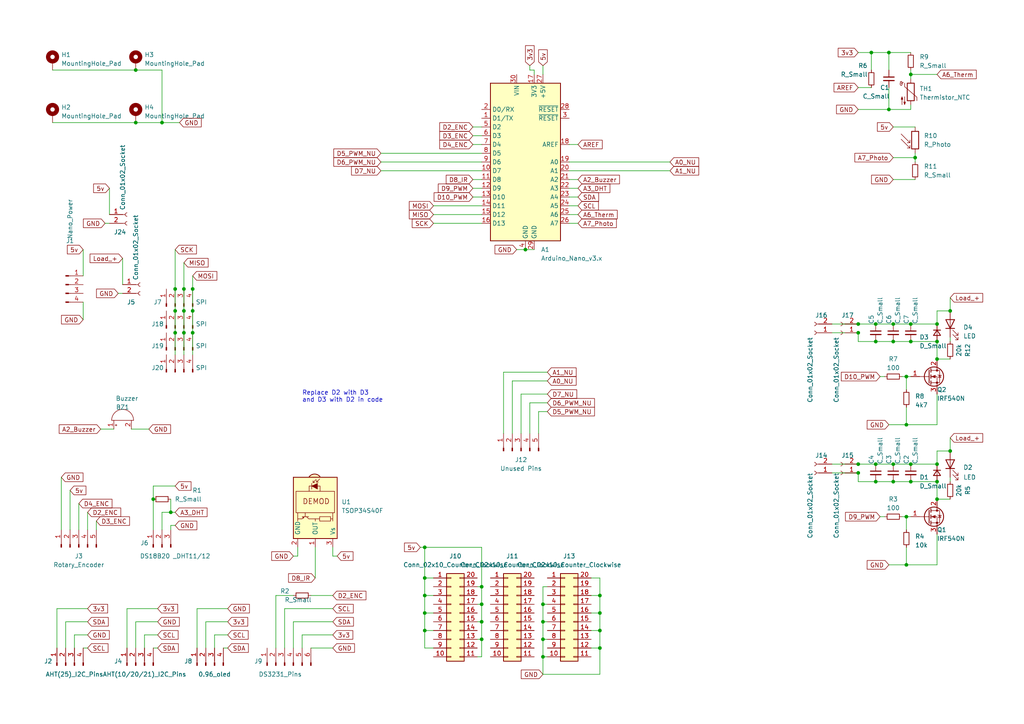
<source format=kicad_sch>
(kicad_sch (version 20230121) (generator eeschema)
  (paper "A4")
  (lib_symbols
    (symbol "Connector:Conn_01x02_Socket" (pin_names (offset 1.016) hide)
      (property "Reference" "J" (at 0 2.54 0))
      (property "Value" "Conn_01x02_Socket" (at 0 -5.08 0))
      (symbol "Conn_01x02_Socket_1_1"
        (pin passive line (at -5.08 0 0) (length 3.81) (name "Pin_1") (number "1"))
        (pin passive line (at -5.08 -2.54 0) (length 3.81) (name "Pin_2") (number "2"))
      )
    )
    (symbol "Connector:Conn_01x03_Pin" (pin_names (offset 1.016) hide)
      (property "Reference" "J" (at 0 5.08 0))
      (property "Value" "Conn_01x03_Pin" (at 0 -5.08 0))
      (symbol "Conn_01x03_Pin_1_1"
        (pin passive line (at 5.08 2.54 180) (length 3.81) (name "Pin_1") (number "1"))
        (pin passive line (at 5.08 0 180) (length 3.81) (name "Pin_2") (number "2"))
        (pin passive line (at 5.08 -2.54 180) (length 3.81) (name "Pin_3") (number "3"))
      )
    )
    (symbol "Connector:Conn_01x04_Pin" (pin_names (offset 1.016) hide)
      (property "Reference" "J" (at 0 5.08 0))
      (property "Value" "Conn_01x04_Pin" (at 0 -7.62 0))
      (symbol "Conn_01x04_Pin_1_1"
        (pin passive line (at 5.08 2.54 180) (length 3.81) (name "Pin_1") (number "1"))
        (pin passive line (at 5.08 0 180) (length 3.81) (name "Pin_2") (number "2"))
        (pin passive line (at 5.08 -2.54 180) (length 3.81) (name "Pin_3") (number "3"))
        (pin passive line (at 5.08 -5.08 180) (length 3.81) (name "Pin_4") (number "4"))
      )
    )
    (symbol "Connector:Conn_01x05_Pin" (pin_names (offset 1.016) hide)
      (property "Reference" "J" (at 0 7.62 0))
      (property "Value" "Conn_01x05_Pin" (at 0 -7.62 0))
      (symbol "Conn_01x05_Pin_1_1"
        (pin passive line (at 5.08 5.08 180) (length 3.81) (name "Pin_1") (number "1"))
        (pin passive line (at 5.08 2.54 180) (length 3.81) (name "Pin_2") (number "2"))
        (pin passive line (at 5.08 0 180) (length 3.81) (name "Pin_3") (number "3"))
        (pin passive line (at 5.08 -2.54 180) (length 3.81) (name "Pin_4") (number "4"))
        (pin passive line (at 5.08 -5.08 180) (length 3.81) (name "Pin_5") (number "5"))
      )
    )
    (symbol "Connector:Conn_01x06_Pin" (pin_names (offset 1.016) hide)
      (property "Reference" "J" (at 0 7.62 0))
      (property "Value" "Conn_01x06_Pin" (at 0 -10.16 0))
      (symbol "Conn_01x06_Pin_1_1"
        (pin passive line (at 5.08 5.08 180) (length 3.81) (name "Pin_1") (number "1"))
        (pin passive line (at 5.08 2.54 180) (length 3.81) (name "Pin_2") (number "2"))
        (pin passive line (at 5.08 0 180) (length 3.81) (name "Pin_3") (number "3"))
        (pin passive line (at 5.08 -2.54 180) (length 3.81) (name "Pin_4") (number "4"))
        (pin passive line (at 5.08 -5.08 180) (length 3.81) (name "Pin_5") (number "5"))
        (pin passive line (at 5.08 -7.62 180) (length 3.81) (name "Pin_6") (number "6"))
      )
    )
    (symbol "Connector_Generic:Conn_02x10_Counter_Clockwise" (pin_names (offset 1.016) hide)
      (property "Reference" "J" (at 1.27 12.7 0))
      (property "Value" "Conn_02x10_Counter_Clockwise" (at 1.27 -15.24 0))
      (symbol "Conn_02x10_Counter_Clockwise_1_1"
        (pin passive line (at -5.08 10.16 0) (length 3.81) (name "Pin_1") (number "1"))
        (pin passive line (at -5.08 -12.7 0) (length 3.81) (name "Pin_10") (number "10"))
        (pin passive line (at 7.62 -12.7 180) (length 3.81) (name "Pin_11") (number "11"))
        (pin passive line (at 7.62 -10.16 180) (length 3.81) (name "Pin_12") (number "12"))
        (pin passive line (at 7.62 -7.62 180) (length 3.81) (name "Pin_13") (number "13"))
        (pin passive line (at 7.62 -5.08 180) (length 3.81) (name "Pin_14") (number "14"))
        (pin passive line (at 7.62 -2.54 180) (length 3.81) (name "Pin_15") (number "15"))
        (pin passive line (at 7.62 0 180) (length 3.81) (name "Pin_16") (number "16"))
        (pin passive line (at 7.62 2.54 180) (length 3.81) (name "Pin_17") (number "17"))
        (pin passive line (at 7.62 5.08 180) (length 3.81) (name "Pin_18") (number "18"))
        (pin passive line (at 7.62 7.62 180) (length 3.81) (name "Pin_19") (number "19"))
        (pin passive line (at -5.08 7.62 0) (length 3.81) (name "Pin_2") (number "2"))
        (pin passive line (at 7.62 10.16 180) (length 3.81) (name "Pin_20") (number "20"))
        (pin passive line (at -5.08 5.08 0) (length 3.81) (name "Pin_3") (number "3"))
        (pin passive line (at -5.08 2.54 0) (length 3.81) (name "Pin_4") (number "4"))
        (pin passive line (at -5.08 0 0) (length 3.81) (name "Pin_5") (number "5"))
        (pin passive line (at -5.08 -2.54 0) (length 3.81) (name "Pin_6") (number "6"))
        (pin passive line (at -5.08 -5.08 0) (length 3.81) (name "Pin_7") (number "7"))
        (pin passive line (at -5.08 -7.62 0) (length 3.81) (name "Pin_8") (number "8"))
        (pin passive line (at -5.08 -10.16 0) (length 3.81) (name "Pin_9") (number "9"))
      )
    )
    (symbol "Connector_Generic:Conn_02x20_Counter_Clockwise" (pin_names (offset 1.016) hide)
      (property "Reference" "J" (at 1.27 25.4 0))
      (property "Value" "Conn_02x20_Counter_Clockwise" (at 1.27 -27.94 0))
      (symbol "Conn_02x20_Counter_Clockwise_1_1"
        (pin passive line (at -5.08 22.86 0) (length 3.81) (name "Pin_1") (number "1"))
        (pin passive line (at -5.08 0 0) (length 3.81) (name "Pin_10") (number "10"))
        (pin passive line (at -5.08 -2.54 0) (length 3.81) (name "Pin_11") (number "11"))
        (pin passive line (at -5.08 -5.08 0) (length 3.81) (name "Pin_12") (number "12"))
        (pin passive line (at -5.08 -7.62 0) (length 3.81) (name "Pin_13") (number "13"))
        (pin passive line (at -5.08 -10.16 0) (length 3.81) (name "Pin_14") (number "14"))
        (pin passive line (at -5.08 -12.7 0) (length 3.81) (name "Pin_15") (number "15"))
        (pin passive line (at -5.08 -15.24 0) (length 3.81) (name "Pin_16") (number "16"))
        (pin passive line (at -5.08 -17.78 0) (length 3.81) (name "Pin_17") (number "17"))
        (pin passive line (at -5.08 -20.32 0) (length 3.81) (name "Pin_18") (number "18"))
        (pin passive line (at -5.08 -22.86 0) (length 3.81) (name "Pin_19") (number "19"))
        (pin passive line (at -5.08 20.32 0) (length 3.81) (name "Pin_2") (number "2"))
        (pin passive line (at -5.08 -25.4 0) (length 3.81) (name "Pin_20") (number "20"))
        (pin passive line (at 7.62 -25.4 180) (length 3.81) (name "Pin_21") (number "21"))
        (pin passive line (at 7.62 -22.86 180) (length 3.81) (name "Pin_22") (number "22"))
        (pin passive line (at 7.62 -20.32 180) (length 3.81) (name "Pin_23") (number "23"))
        (pin passive line (at 7.62 -17.78 180) (length 3.81) (name "Pin_24") (number "24"))
        (pin passive line (at 7.62 -15.24 180) (length 3.81) (name "Pin_25") (number "25"))
        (pin passive line (at 7.62 -12.7 180) (length 3.81) (name "Pin_26") (number "26"))
        (pin passive line (at 7.62 -10.16 180) (length 3.81) (name "Pin_27") (number "27"))
        (pin passive line (at 7.62 -7.62 180) (length 3.81) (name "Pin_28") (number "28"))
        (pin passive line (at 7.62 -5.08 180) (length 3.81) (name "Pin_29") (number "29"))
        (pin passive line (at -5.08 17.78 0) (length 3.81) (name "Pin_3") (number "3"))
        (pin passive line (at 7.62 -2.54 180) (length 3.81) (name "Pin_30") (number "30"))
        (pin passive line (at 7.62 0 180) (length 3.81) (name "Pin_31") (number "31"))
        (pin passive line (at 7.62 2.54 180) (length 3.81) (name "Pin_32") (number "32"))
        (pin passive line (at 7.62 5.08 180) (length 3.81) (name "Pin_33") (number "33"))
        (pin passive line (at 7.62 7.62 180) (length 3.81) (name "Pin_34") (number "34"))
        (pin passive line (at 7.62 10.16 180) (length 3.81) (name "Pin_35") (number "35"))
        (pin passive line (at 7.62 12.7 180) (length 3.81) (name "Pin_36") (number "36"))
        (pin passive line (at 7.62 15.24 180) (length 3.81) (name "Pin_37") (number "37"))
        (pin passive line (at 7.62 17.78 180) (length 3.81) (name "Pin_38") (number "38"))
        (pin passive line (at 7.62 20.32 180) (length 3.81) (name "Pin_39") (number "39"))
        (pin passive line (at -5.08 15.24 0) (length 3.81) (name "Pin_4") (number "4"))
        (pin passive line (at 7.62 22.86 180) (length 3.81) (name "Pin_40") (number "40"))
        (pin passive line (at -5.08 12.7 0) (length 3.81) (name "Pin_5") (number "5"))
        (pin passive line (at -5.08 10.16 0) (length 3.81) (name "Pin_6") (number "6"))
        (pin passive line (at -5.08 7.62 0) (length 3.81) (name "Pin_7") (number "7"))
        (pin passive line (at -5.08 5.08 0) (length 3.81) (name "Pin_8") (number "8"))
        (pin passive line (at -5.08 2.54 0) (length 3.81) (name "Pin_9") (number "9"))
      )
    )
    (symbol "Device:Buzzer" (pin_names (offset 0.0254) hide)
      (property "Reference" "BZ" (at 3.81 1.27 0))
      (property "Value" "Buzzer" (at 3.81 -1.27 0))
      (symbol "Buzzer_1_1"
        (pin passive line (at -2.54 2.54 0) (length 2.54) (name "-") (number "1"))
        (pin passive line (at -2.54 -2.54 0) (length 2.54) (name "+") (number "2"))
      )
    )
    (symbol "Device:C_Small" (pin_numbers hide) (pin_names (offset 0.254) hide)
      (property "Reference" "C" (at 0.254 1.778 0))
      (property "Value" "C_Small" (at 0.254 -2.032 0))
      (symbol "C_Small_1_1"
        (pin passive line (at 0 2.54 270) (length 2.032) (name "~") (number "1"))
        (pin passive line (at 0 -2.54 90) (length 2.032) (name "~") (number "2"))
      )
    )
    (symbol "Device:D_Small" (pin_numbers hide) (pin_names (offset 0.254) hide)
      (property "Reference" "D" (at -1.27 2.032 0))
      (property "Value" "D_Small" (at -3.81 -2.032 0))
      (symbol "D_Small_1_1"
        (pin passive line (at -2.54 0 0) (length 1.778) (name "K") (number "1"))
        (pin passive line (at 2.54 0 180) (length 1.778) (name "A") (number "2"))
      )
    )
    (symbol "Device:LED" (pin_numbers hide) (pin_names (offset 1.016) hide)
      (property "Reference" "D" (at 0 2.54 0))
      (property "Value" "LED" (at 0 -2.54 0))
      (symbol "LED_1_1"
        (pin passive line (at -3.81 0 0) (length 2.54) (name "K") (number "1"))
        (pin passive line (at 3.81 0 180) (length 2.54) (name "A") (number "2"))
      )
    )
    (symbol "Device:R_Photo" (pin_numbers hide) (pin_names (offset 0))
      (property "Reference" "R" (at 1.27 1.27 0))
      (property "Value" "R_Photo" (at 1.27 0 0))
      (symbol "R_Photo_1_1"
        (pin passive line (at 0 3.81 270) (length 1.27) (name "~") (number "1"))
        (pin passive line (at 0 -3.81 90) (length 1.27) (name "~") (number "2"))
      )
    )
    (symbol "Device:R_Small" (pin_numbers hide) (pin_names (offset 0.254) hide)
      (property "Reference" "R" (at 0.762 0.508 0))
      (property "Value" "R_Small" (at 0.762 -1.016 0))
      (symbol "R_Small_1_1"
        (pin passive line (at 0 2.54 270) (length 0.762) (name "~") (number "1"))
        (pin passive line (at 0 -2.54 90) (length 0.762) (name "~") (number "2"))
      )
    )
    (symbol "Device:Thermistor_NTC" (pin_numbers hide) (pin_names (offset 0))
      (property "Reference" "TH" (at -4.445 0 90))
      (property "Value" "Thermistor_NTC" (at 3.175 0 90))
      (symbol "Thermistor_NTC_1_1"
        (pin passive line (at 0 3.81 270) (length 1.27) (name "~") (number "1"))
        (pin passive line (at 0 -3.81 90) (length 1.27) (name "~") (number "2"))
      )
    )
    (symbol "Interface_Optical:TSOP34S40F" (pin_names (offset 1.016))
      (property "Reference" "U" (at -10.16 7.62 0))
      (property "Value" "TSOP34S40F" (at -10.16 -7.62 0))
      (symbol "TSOP34S40F_0_0"
        (text "DEMOD" (at -3.175 0.254 900) (effects (font (size 1.524 1.524))))
      )
      (symbol "TSOP34S40F_1_1"
        (pin output line (at 10.16 0 180) (length 2.54) (name "OUT") (number "1"))
        (pin power_in line (at 10.16 -5.08 180) (length 2.54) (name "GND") (number "2"))
        (pin power_in line (at 10.16 5.08 180) (length 2.54) (name "Vs") (number "3"))
      )
    )
    (symbol "MCU_Module:Arduino_Nano_v3.x"
      (property "Reference" "A" (at -10.16 23.495 0))
      (property "Value" "Arduino_Nano_v3.x" (at 5.08 -24.13 0))
      (symbol "Arduino_Nano_v3.x_1_1"
        (pin bidirectional line (at -12.7 12.7 0) (length 2.54) (name "D1/TX") (number "1"))
        (pin bidirectional line (at -12.7 -2.54 0) (length 2.54) (name "D7") (number "10"))
        (pin bidirectional line (at -12.7 -5.08 0) (length 2.54) (name "D8") (number "11"))
        (pin bidirectional line (at -12.7 -7.62 0) (length 2.54) (name "D9") (number "12"))
        (pin bidirectional line (at -12.7 -10.16 0) (length 2.54) (name "D10") (number "13"))
        (pin bidirectional line (at -12.7 -12.7 0) (length 2.54) (name "D11") (number "14"))
        (pin bidirectional line (at -12.7 -15.24 0) (length 2.54) (name "D12") (number "15"))
        (pin bidirectional line (at -12.7 -17.78 0) (length 2.54) (name "D13") (number "16"))
        (pin power_out line (at 2.54 25.4 270) (length 2.54) (name "3V3") (number "17"))
        (pin input line (at 12.7 5.08 180) (length 2.54) (name "AREF") (number "18"))
        (pin bidirectional line (at 12.7 0 180) (length 2.54) (name "A0") (number "19"))
        (pin bidirectional line (at -12.7 15.24 0) (length 2.54) (name "D0/RX") (number "2"))
        (pin bidirectional line (at 12.7 -2.54 180) (length 2.54) (name "A1") (number "20"))
        (pin bidirectional line (at 12.7 -5.08 180) (length 2.54) (name "A2") (number "21"))
        (pin bidirectional line (at 12.7 -7.62 180) (length 2.54) (name "A3") (number "22"))
        (pin bidirectional line (at 12.7 -10.16 180) (length 2.54) (name "A4") (number "23"))
        (pin bidirectional line (at 12.7 -12.7 180) (length 2.54) (name "A5") (number "24"))
        (pin bidirectional line (at 12.7 -15.24 180) (length 2.54) (name "A6") (number "25"))
        (pin bidirectional line (at 12.7 -17.78 180) (length 2.54) (name "A7") (number "26"))
        (pin power_out line (at 5.08 25.4 270) (length 2.54) (name "+5V") (number "27"))
        (pin input line (at 12.7 15.24 180) (length 2.54) (name "~{RESET}") (number "28"))
        (pin power_in line (at 2.54 -25.4 90) (length 2.54) (name "GND") (number "29"))
        (pin input line (at 12.7 12.7 180) (length 2.54) (name "~{RESET}") (number "3"))
        (pin power_in line (at -2.54 25.4 270) (length 2.54) (name "VIN") (number "30"))
        (pin power_in line (at 0 -25.4 90) (length 2.54) (name "GND") (number "4"))
        (pin bidirectional line (at -12.7 10.16 0) (length 2.54) (name "D2") (number "5"))
        (pin bidirectional line (at -12.7 7.62 0) (length 2.54) (name "D3") (number "6"))
        (pin bidirectional line (at -12.7 5.08 0) (length 2.54) (name "D4") (number "7"))
        (pin bidirectional line (at -12.7 2.54 0) (length 2.54) (name "D5") (number "8"))
        (pin bidirectional line (at -12.7 0 0) (length 2.54) (name "D6") (number "9"))
      )
    )
    (symbol "Mechanical:MountingHole_Pad" (pin_numbers hide) (pin_names (offset 1.016) hide)
      (property "Reference" "H" (at 0 6.35 0))
      (property "Value" "MountingHole_Pad" (at 0 4.445 0))
      (symbol "MountingHole_Pad_1_1"
        (pin input line (at 0 -2.54 90) (length 2.54) (name "1") (number "1"))
      )
    )
    (symbol "Transistor_FET:IRF540N" (pin_names hide)
      (property "Reference" "Q" (at 6.35 1.905 0))
      (property "Value" "IRF540N" (at 6.35 0 0))
      (symbol "IRF540N_1_1"
        (pin input line (at -5.08 0 0) (length 2.54) (name "G") (number "1"))
        (pin passive line (at 2.54 5.08 270) (length 2.54) (name "D") (number "2"))
        (pin passive line (at 2.54 -5.08 90) (length 2.54) (name "S") (number "3"))
      )
    )
  )
  (junction (at 53.34 90.17))
  (junction (at 195.58 223.52))
  (junction (at 161.29 231.14))
  (junction (at 271.78 134.62))
  (junction (at 46.99 35.56))
  (junction (at 179.07 246.38))
  (junction (at 173.99 187.96))
  (junction (at 161.29 261.62))
  (junction (at 264.16 99.06))
  (junction (at 50.8 83.82))
  (junction (at 144.78 248.92))
  (junction (at 262.89 163.83))
  (junction (at 252.73 15.24))
  (junction (at 264.16 134.62))
  (junction (at 179.07 231.14))
  (junction (at 179.07 261.62))
  (junction (at 264.16 139.7))
  (junction (at 265.43 45.72))
  (junction (at 157.48 190.5))
  (junction (at 259.08 134.62))
  (junction (at 271.78 139.7))
  (junction (at 271.78 104.14))
  (junction (at 144.78 264.16))
  (junction (at 39.37 20.32))
  (junction (at 179.07 236.22))
  (junction (at 259.08 139.7))
  (junction (at 53.34 83.82))
  (junction (at 195.58 243.84))
  (junction (at 39.37 35.56))
  (junction (at 179.07 226.06))
  (junction (at 44.45 144.78))
  (junction (at 173.99 182.88))
  (junction (at 161.29 241.3))
  (junction (at 161.29 256.54))
  (junction (at 173.99 172.72))
  (junction (at 55.88 90.17))
  (junction (at 179.07 241.3))
  (junction (at 257.81 31.75))
  (junction (at 259.08 93.98))
  (junction (at 144.78 238.76))
  (junction (at 161.29 236.22))
  (junction (at 275.59 90.17))
  (junction (at 144.78 259.08))
  (junction (at 139.7 175.26))
  (junction (at 157.48 175.26))
  (junction (at 262.89 149.86))
  (junction (at 257.81 15.24))
  (junction (at 179.07 251.46))
  (junction (at 144.78 254))
  (junction (at 50.8 90.17))
  (junction (at 271.78 99.06))
  (junction (at 195.58 228.6))
  (junction (at 195.58 238.76))
  (junction (at 254 139.7))
  (junction (at 254 134.62))
  (junction (at 195.58 233.68))
  (junction (at 139.7 180.34))
  (junction (at 55.88 96.52))
  (junction (at 123.19 182.88))
  (junction (at 248.92 93.98))
  (junction (at 179.07 256.54))
  (junction (at 248.92 96.52))
  (junction (at 49.53 148.59))
  (junction (at 262.89 123.19))
  (junction (at 157.48 185.42))
  (junction (at 254 93.98))
  (junction (at 195.58 254))
  (junction (at 254 99.06))
  (junction (at 123.19 167.64))
  (junction (at 264.16 93.98))
  (junction (at 123.19 172.72))
  (junction (at 161.29 246.38))
  (junction (at 179.07 266.7))
  (junction (at 248.92 134.62))
  (junction (at 123.19 177.8))
  (junction (at 262.89 109.22))
  (junction (at 55.88 83.82))
  (junction (at 139.7 170.18))
  (junction (at 173.99 177.8))
  (junction (at 195.58 264.16))
  (junction (at 161.29 226.06))
  (junction (at 50.8 96.52))
  (junction (at 248.92 137.16))
  (junction (at 144.78 228.6))
  (junction (at 271.78 93.98))
  (junction (at 152.4 72.39))
  (junction (at 144.78 223.52))
  (junction (at 144.78 214.63))
  (junction (at 161.29 251.46))
  (junction (at 53.34 96.52))
  (junction (at 144.78 243.84))
  (junction (at 157.48 180.34))
  (junction (at 264.16 21.59))
  (junction (at 195.58 259.08))
  (junction (at 195.58 248.92))
  (junction (at 123.19 158.75))
  (junction (at 144.78 233.68))
  (junction (at 161.29 266.7))
  (junction (at 259.08 99.06))
  (junction (at 275.59 130.81))
  (junction (at 139.7 185.42))
  (junction (at 271.78 144.78))
  (wire (pts (xy 179.07 266.7) (xy 179.07 261.62)))
  (wire (pts (xy 25.4 184.15) (xy 21.59 184.15)))
  (wire (pts (xy 138.43 185.42) (xy 139.7 185.42)))
  (wire (pts (xy 144.78 264.16) (xy 147.32 264.16)))
  (wire (pts (xy 85.09 161.29) (xy 86.36 161.29)))
  (wire (pts (xy 179.07 251.46) (xy 179.07 246.38)))
  (wire (pts (xy 156.21 125.73) (xy 156.21 119.38)))
  (wire (pts (xy 264.16 21.59) (xy 264.16 20.32)))
  (wire (pts (xy 165.1 54.61) (xy 167.64 54.61)))
  (wire (pts (xy 160.02 231.14) (xy 161.29 231.14)))
  (wire (pts (xy 41.91 184.15) (xy 41.91 187.96)))
  (wire (pts (xy 161.29 236.22) (xy 161.29 231.14)))
  (wire (pts (xy 193.04 228.6) (xy 195.58 228.6)))
  (wire (pts (xy 160.02 261.62) (xy 161.29 261.62)))
  (wire (pts (xy 53.34 83.82) (xy 53.34 90.17)))
  (wire (pts (xy 179.07 236.22) (xy 180.34 236.22)))
  (wire (pts (xy 179.07 256.54) (xy 179.07 251.46)))
  (wire (pts (xy 161.29 251.46) (xy 161.29 246.38)))
  (wire (pts (xy 144.78 248.92) (xy 144.78 254)))
  (wire (pts (xy 264.16 134.62) (xy 271.78 134.62)))
  (wire (pts (xy 144.78 223.52) (xy 144.78 228.6)))
  (wire (pts (xy 137.16 41.91) (xy 139.7 41.91)))
  (wire (pts (xy 264.16 31.75) (xy 257.81 31.75)))
  (wire (pts (xy 39.37 20.32) (xy 46.99 20.32)))
  (wire (pts (xy 157.48 19.05) (xy 157.48 21.59)))
  (wire (pts (xy 248.92 134.62) (xy 254 134.62)))
  (wire (pts (xy 137.16 57.15) (xy 139.7 57.15)))
  (wire (pts (xy 144.78 264.16) (xy 144.78 269.24)))
  (wire (pts (xy 180.34 271.78) (xy 179.07 271.78)))
  (wire (pts (xy 64.77 187.96) (xy 66.04 187.96)))
  (wire (pts (xy 171.45 187.96) (xy 173.99 187.96)))
  (wire (pts (xy 110.49 46.99) (xy 139.7 46.99)))
  (wire (pts (xy 90.17 187.96) (xy 96.52 187.96)))
  (wire (pts (xy 85.09 180.34) (xy 85.09 187.96)))
  (wire (pts (xy 165.1 46.99) (xy 194.31 46.99)))
  (wire (pts (xy 160.02 241.3) (xy 161.29 241.3)))
  (wire (pts (xy 259.08 52.07) (xy 265.43 52.07)))
  (wire (pts (xy 82.55 176.53) (xy 82.55 187.96)))
  (wire (pts (xy 144.78 243.84) (xy 147.32 243.84)))
  (wire (pts (xy 62.23 184.15) (xy 62.23 187.96)))
  (wire (pts (xy 82.55 176.53) (xy 96.52 176.53)))
  (wire (pts (xy 143.51 214.63) (xy 144.78 214.63)))
  (wire (pts (xy 123.19 177.8) (xy 125.73 177.8)))
  (wire (pts (xy 179.07 246.38) (xy 180.34 246.38)))
  (wire (pts (xy 46.99 20.32) (xy 46.99 35.56)))
  (wire (pts (xy 255.27 109.22) (xy 256.54 109.22)))
  (wire (pts (xy 271.78 114.3) (xy 271.78 123.19)))
  (wire (pts (xy 165.1 64.77) (xy 167.64 64.77)))
  (wire (pts (xy 257.81 25.4) (xy 257.81 31.75)))
  (wire (pts (xy 49.53 148.59) (xy 50.8 148.59)))
  (wire (pts (xy 171.45 172.72) (xy 173.99 172.72)))
  (wire (pts (xy 179.07 213.36) (xy 179.07 226.06)))
  (wire (pts (xy 248.92 25.4) (xy 252.73 25.4)))
  (wire (pts (xy 146.05 125.73) (xy 146.05 107.95)))
  (wire (pts (xy 137.16 54.61) (xy 139.7 54.61)))
  (wire (pts (xy 264.16 99.06) (xy 271.78 99.06)))
  (wire (pts (xy 179.07 226.06) (xy 179.07 231.14)))
  (wire (pts (xy 153.67 20.32) (xy 153.67 19.05)))
  (wire (pts (xy 173.99 172.72) (xy 173.99 167.64)))
  (wire (pts (xy 257.81 163.83) (xy 262.89 163.83)))
  (wire (pts (xy 275.59 97.79) (xy 275.59 99.06)))
  (wire (pts (xy 50.8 90.17) (xy 50.8 96.52)))
  (wire (pts (xy 275.59 138.43) (xy 275.59 139.7)))
  (wire (pts (xy 36.83 176.53) (xy 45.72 176.53)))
  (wire (pts (xy 248.92 15.24) (xy 252.73 15.24)))
  (wire (pts (xy 173.99 182.88) (xy 173.99 177.8)))
  (wire (pts (xy 195.58 238.76) (xy 195.58 233.68)))
  (wire (pts (xy 139.7 170.18) (xy 139.7 158.75)))
  (wire (pts (xy 41.91 184.15) (xy 45.72 184.15)))
  (wire (pts (xy 153.67 20.32) (xy 154.94 20.32)))
  (wire (pts (xy 193.04 243.84) (xy 195.58 243.84)))
  (wire (pts (xy 144.78 238.76) (xy 144.78 243.84)))
  (wire (pts (xy 179.07 271.78) (xy 179.07 266.7)))
  (wire (pts (xy 39.37 35.56) (xy 46.99 35.56)))
  (wire (pts (xy 149.86 72.39) (xy 152.4 72.39)))
  (wire (pts (xy 254 134.62) (xy 259.08 134.62)))
  (wire (pts (xy 195.58 269.24) (xy 195.58 264.16)))
  (wire (pts (xy 50.8 83.82) (xy 50.8 90.17)))
  (wire (pts (xy 44.45 140.97) (xy 44.45 144.78)))
  (wire (pts (xy 156.21 119.38) (xy 158.75 119.38)))
  (wire (pts (xy 20.32 142.24) (xy 20.32 153.67)))
  (wire (pts (xy 180.34 226.06) (xy 179.07 226.06)))
  (wire (pts (xy 241.3 96.52) (xy 248.92 96.52)))
  (wire (pts (xy 138.43 175.26) (xy 139.7 175.26)))
  (wire (pts (xy 123.19 187.96) (xy 125.73 187.96)))
  (wire (pts (xy 193.04 238.76) (xy 195.58 238.76)))
  (wire (pts (xy 252.73 15.24) (xy 257.81 15.24)))
  (wire (pts (xy 144.78 269.24) (xy 147.32 269.24)))
  (wire (pts (xy 179.07 256.54) (xy 180.34 256.54)))
  (wire (pts (xy 153.67 125.73) (xy 153.67 116.84)))
  (wire (pts (xy 139.7 175.26) (xy 139.7 170.18)))
  (wire (pts (xy 261.62 149.86) (xy 262.89 149.86)))
  (wire (pts (xy 144.78 214.63) (xy 144.78 223.52)))
  (wire (pts (xy 271.78 123.19) (xy 262.89 123.19)))
  (wire (pts (xy 179.07 266.7) (xy 180.34 266.7)))
  (wire (pts (xy 138.43 190.5) (xy 139.7 190.5)))
  (wire (pts (xy 271.78 144.78) (xy 275.59 144.78)))
  (wire (pts (xy 121.92 158.75) (xy 123.19 158.75)))
  (wire (pts (xy 57.15 187.96) (xy 57.15 176.53)))
  (wire (pts (xy 173.99 177.8) (xy 173.99 172.72)))
  (wire (pts (xy 195.58 264.16) (xy 195.58 259.08)))
  (wire (pts (xy 275.59 127) (xy 275.59 130.81)))
  (wire (pts (xy 35.56 85.09) (xy 34.29 85.09)))
  (wire (pts (xy 259.08 139.7) (xy 264.16 139.7)))
  (wire (pts (xy 173.99 167.64) (xy 171.45 167.64)))
  (wire (pts (xy 193.04 264.16) (xy 195.58 264.16)))
  (wire (pts (xy 160.02 266.7) (xy 161.29 266.7)))
  (wire (pts (xy 123.19 158.75) (xy 139.7 158.75)))
  (wire (pts (xy 15.24 35.56) (xy 39.37 35.56)))
  (wire (pts (xy 160.02 256.54) (xy 161.29 256.54)))
  (wire (pts (xy 148.59 110.49) (xy 158.75 110.49)))
  (wire (pts (xy 157.48 180.34) (xy 158.75 180.34)))
  (wire (pts (xy 179.07 241.3) (xy 179.07 246.38)))
  (wire (pts (xy 35.56 74.93) (xy 35.56 82.55)))
  (wire (pts (xy 46.99 35.56) (xy 52.07 35.56)))
  (wire (pts (xy 123.19 172.72) (xy 123.19 177.8)))
  (wire (pts (xy 160.02 226.06) (xy 161.29 226.06)))
  (wire (pts (xy 144.78 214.63) (xy 161.29 214.63)))
  (wire (pts (xy 254 139.7) (xy 248.92 139.7)))
  (wire (pts (xy 271.78 104.14) (xy 275.59 104.14)))
  (wire (pts (xy 259.08 99.06) (xy 264.16 99.06)))
  (wire (pts (xy 165.1 62.23) (xy 167.64 62.23)))
  (wire (pts (xy 195.58 213.36) (xy 195.58 223.52)))
  (wire (pts (xy 179.07 231.14) (xy 179.07 236.22)))
  (wire (pts (xy 171.45 177.8) (xy 173.99 177.8)))
  (wire (pts (xy 157.48 195.58) (xy 173.99 195.58)))
  (wire (pts (xy 137.16 39.37) (xy 139.7 39.37)))
  (wire (pts (xy 59.69 180.34) (xy 66.04 180.34)))
  (wire (pts (xy 44.45 144.78) (xy 44.45 153.67)))
  (wire (pts (xy 139.7 59.69) (xy 125.73 59.69)))
  (wire (pts (xy 262.89 109.22) (xy 264.16 109.22)))
  (wire (pts (xy 271.78 130.81) (xy 275.59 130.81)))
  (wire (pts (xy 91.44 158.75) (xy 91.44 167.64)))
  (wire (pts (xy 123.19 167.64) (xy 123.19 172.72)))
  (wire (pts (xy 144.78 233.68) (xy 144.78 238.76)))
  (wire (pts (xy 24.13 187.96) (xy 25.4 187.96)))
  (wire (pts (xy 87.63 184.15) (xy 87.63 187.96)))
  (wire (pts (xy 53.34 96.52) (xy 53.34 102.87)))
  (wire (pts (xy 144.78 223.52) (xy 147.32 223.52)))
  (wire (pts (xy 139.7 64.77) (xy 125.73 64.77)))
  (wire (pts (xy 86.36 161.29) (xy 86.36 158.75)))
  (wire (pts (xy 157.48 175.26) (xy 157.48 180.34)))
  (wire (pts (xy 179.07 236.22) (xy 179.07 241.3)))
  (wire (pts (xy 165.1 57.15) (xy 167.64 57.15)))
  (wire (pts (xy 179.07 241.3) (xy 180.34 241.3)))
  (wire (pts (xy 160.02 246.38) (xy 161.29 246.38)))
  (wire (pts (xy 144.78 248.92) (xy 147.32 248.92)))
  (wire (pts (xy 55.88 96.52) (xy 55.88 102.87)))
  (wire (pts (xy 110.49 49.53) (xy 139.7 49.53)))
  (wire (pts (xy 39.37 180.34) (xy 39.37 187.96)))
  (wire (pts (xy 144.78 228.6) (xy 147.32 228.6)))
  (wire (pts (xy 123.19 177.8) (xy 123.19 182.88)))
  (wire (pts (xy 248.92 31.75) (xy 257.81 31.75)))
  (wire (pts (xy 248.92 93.98) (xy 254 93.98)))
  (wire (pts (xy 138.43 180.34) (xy 139.7 180.34)))
  (wire (pts (xy 44.45 187.96) (xy 45.72 187.96)))
  (wire (pts (xy 25.4 180.34) (xy 19.05 180.34)))
  (wire (pts (xy 90.17 172.72) (xy 96.52 172.72)))
  (wire (pts (xy 271.78 99.06) (xy 271.78 104.14)))
  (wire (pts (xy 161.29 271.78) (xy 161.29 266.7)))
  (wire (pts (xy 123.19 172.72) (xy 125.73 172.72)))
  (wire (pts (xy 257.81 15.24) (xy 264.16 15.24)))
  (wire (pts (xy 255.27 149.86) (xy 256.54 149.86)))
  (wire (pts (xy 123.19 182.88) (xy 125.73 182.88)))
  (wire (pts (xy 195.58 223.52) (xy 193.04 223.52)))
  (wire (pts (xy 271.78 90.17) (xy 275.59 90.17)))
  (wire (pts (xy 59.69 180.34) (xy 59.69 187.96)))
  (wire (pts (xy 25.4 148.59) (xy 25.4 153.67)))
  (wire (pts (xy 160.02 251.46) (xy 161.29 251.46)))
  (wire (pts (xy 259.08 36.83) (xy 265.43 36.83)))
  (wire (pts (xy 165.1 52.07) (xy 167.64 52.07)))
  (wire (pts (xy 195.58 254) (xy 195.58 248.92)))
  (wire (pts (xy 144.78 259.08) (xy 147.32 259.08)))
  (wire (pts (xy 179.07 213.36) (xy 195.58 213.36)))
  (wire (pts (xy 144.78 238.76) (xy 147.32 238.76)))
  (wire (pts (xy 173.99 187.96) (xy 173.99 182.88)))
  (wire (pts (xy 261.62 109.22) (xy 262.89 109.22)))
  (wire (pts (xy 193.04 269.24) (xy 195.58 269.24)))
  (wire (pts (xy 179.07 261.62) (xy 179.07 256.54)))
  (wire (pts (xy 193.04 254) (xy 195.58 254)))
  (wire (pts (xy 241.3 93.98) (xy 248.92 93.98)))
  (wire (pts (xy 110.49 44.45) (xy 139.7 44.45)))
  (wire (pts (xy 154.94 20.32) (xy 154.94 21.59)))
  (wire (pts (xy 179.07 231.14) (xy 180.34 231.14)))
  (wire (pts (xy 125.73 62.23) (xy 139.7 62.23)))
  (wire (pts (xy 264.16 21.59) (xy 264.16 22.86)))
  (wire (pts (xy 262.89 149.86) (xy 264.16 149.86)))
  (wire (pts (xy 139.7 180.34) (xy 139.7 175.26)))
  (wire (pts (xy 157.48 185.42) (xy 158.75 185.42)))
  (wire (pts (xy 165.1 59.69) (xy 167.64 59.69)))
  (wire (pts (xy 55.88 90.17) (xy 55.88 96.52)))
  (wire (pts (xy 271.78 139.7) (xy 271.78 144.78)))
  (wire (pts (xy 29.21 124.46) (xy 33.02 124.46)))
  (wire (pts (xy 161.29 256.54) (xy 161.29 251.46)))
  (wire (pts (xy 179.07 261.62) (xy 180.34 261.62)))
  (wire (pts (xy 264.16 93.98) (xy 271.78 93.98)))
  (wire (pts (xy 49.53 144.78) (xy 49.53 148.59)))
  (wire (pts (xy 262.89 109.22) (xy 262.89 113.03)))
  (wire (pts (xy 31.75 54.61) (xy 31.75 62.23)))
  (wire (pts (xy 24.13 72.39) (xy 24.13 80.01)))
  (wire (pts (xy 96.52 161.29) (xy 96.52 158.75)))
  (wire (pts (xy 146.05 107.95) (xy 158.75 107.95)))
  (wire (pts (xy 25.4 176.53) (xy 16.51 176.53)))
  (wire (pts (xy 161.29 261.62) (xy 161.29 256.54)))
  (wire (pts (xy 22.86 146.05) (xy 22.86 153.67)))
  (wire (pts (xy 15.24 20.32) (xy 39.37 20.32)))
  (wire (pts (xy 21.59 184.15) (xy 21.59 187.96)))
  (wire (pts (xy 144.78 228.6) (xy 144.78 233.68)))
  (wire (pts (xy 195.58 233.68) (xy 195.58 228.6)))
  (wire (pts (xy 46.99 153.67) (xy 46.99 148.59)))
  (wire (pts (xy 262.89 158.75) (xy 262.89 163.83)))
  (wire (pts (xy 157.48 175.26) (xy 158.75 175.26)))
  (wire (pts (xy 53.34 90.17) (xy 53.34 96.52)))
  (wire (pts (xy 137.16 36.83) (xy 139.7 36.83)))
  (wire (pts (xy 271.78 154.94) (xy 271.78 163.83)))
  (wire (pts (xy 151.13 114.3) (xy 158.75 114.3)))
  (wire (pts (xy 152.4 72.39) (xy 154.94 72.39)))
  (wire (pts (xy 271.78 90.17) (xy 271.78 93.98)))
  (wire (pts (xy 24.13 87.63) (xy 24.13 92.71)))
  (wire (pts (xy 46.99 148.59) (xy 49.53 148.59)))
  (wire (pts (xy 123.19 182.88) (xy 123.19 187.96)))
  (wire (pts (xy 264.16 139.7) (xy 271.78 139.7)))
  (wire (pts (xy 248.92 137.16) (xy 248.92 139.7)))
  (wire (pts (xy 53.34 76.2) (xy 53.34 83.82)))
  (wire (pts (xy 257.81 123.19) (xy 262.89 123.19)))
  (wire (pts (xy 17.78 138.43) (xy 17.78 153.67)))
  (wire (pts (xy 139.7 190.5) (xy 139.7 185.42)))
  (wire (pts (xy 97.79 161.29) (xy 96.52 161.29)))
  (wire (pts (xy 195.58 228.6) (xy 195.58 223.52)))
  (wire (pts (xy 36.83 187.96) (xy 36.83 176.53)))
  (wire (pts (xy 195.58 248.92) (xy 195.58 243.84)))
  (wire (pts (xy 160.02 236.22) (xy 161.29 236.22)))
  (wire (pts (xy 16.51 176.53) (xy 16.51 187.96)))
  (wire (pts (xy 87.63 184.15) (xy 96.52 184.15)))
  (wire (pts (xy 264.16 30.48) (xy 264.16 31.75)))
  (wire (pts (xy 248.92 99.06) (xy 254 99.06)))
  (wire (pts (xy 138.43 170.18) (xy 139.7 170.18)))
  (wire (pts (xy 157.48 190.5) (xy 158.75 190.5)))
  (wire (pts (xy 259.08 134.62) (xy 264.16 134.62)))
  (wire (pts (xy 271.78 134.62) (xy 271.78 130.81)))
  (wire (pts (xy 193.04 248.92) (xy 195.58 248.92)))
  (wire (pts (xy 50.8 140.97) (xy 44.45 140.97)))
  (wire (pts (xy 157.48 170.18) (xy 157.48 175.26)))
  (wire (pts (xy 193.04 233.68) (xy 195.58 233.68)))
  (wire (pts (xy 144.78 254) (xy 144.78 259.08)))
  (wire (pts (xy 49.53 152.4) (xy 49.53 153.67)))
  (wire (pts (xy 31.75 64.77) (xy 30.48 64.77)))
  (wire (pts (xy 144.78 254) (xy 147.32 254)))
  (wire (pts (xy 123.19 158.75) (xy 123.19 167.64)))
  (wire (pts (xy 257.81 15.24) (xy 257.81 20.32)))
  (wire (pts (xy 195.58 243.84) (xy 195.58 238.76)))
  (wire (pts (xy 151.13 125.73) (xy 151.13 114.3)))
  (wire (pts (xy 144.78 243.84) (xy 144.78 248.92)))
  (wire (pts (xy 264.16 21.59) (xy 271.78 21.59)))
  (wire (pts (xy 259.08 93.98) (xy 264.16 93.98)))
  (wire (pts (xy 157.48 180.34) (xy 157.48 185.42)))
  (wire (pts (xy 144.78 259.08) (xy 144.78 264.16)))
  (wire (pts (xy 259.08 45.72) (xy 265.43 45.72)))
  (wire (pts (xy 161.29 266.7) (xy 161.29 261.62)))
  (wire (pts (xy 148.59 125.73) (xy 148.59 110.49)))
  (wire (pts (xy 179.07 251.46) (xy 180.34 251.46)))
  (wire (pts (xy 254 139.7) (xy 259.08 139.7)))
  (wire (pts (xy 139.7 185.42) (xy 139.7 180.34)))
  (wire (pts (xy 262.89 118.11) (xy 262.89 123.19)))
  (wire (pts (xy 265.43 45.72) (xy 265.43 46.99)))
  (wire (pts (xy 144.78 233.68) (xy 147.32 233.68)))
  (wire (pts (xy 158.75 170.18) (xy 157.48 170.18)))
  (wire (pts (xy 265.43 44.45) (xy 265.43 45.72)))
  (wire (pts (xy 50.8 96.52) (xy 50.8 102.87)))
  (wire (pts (xy 50.8 152.4) (xy 49.53 152.4)))
  (wire (pts (xy 80.01 187.96) (xy 80.01 172.72)))
  (wire (pts (xy 254 93.98) (xy 259.08 93.98)))
  (wire (pts (xy 157.48 190.5) (xy 157.48 195.58)))
  (wire (pts (xy 38.1 124.46) (xy 43.18 124.46)))
  (wire (pts (xy 137.16 52.07) (xy 139.7 52.07)))
  (wire (pts (xy 171.45 182.88) (xy 173.99 182.88)))
  (wire (pts (xy 161.29 226.06) (xy 161.29 214.63)))
  (wire (pts (xy 80.01 172.72) (xy 85.09 172.72)))
  (wire (pts (xy 55.88 83.82) (xy 55.88 90.17)))
  (wire (pts (xy 85.09 180.34) (xy 96.52 180.34)))
  (wire (pts (xy 161.29 241.3) (xy 161.29 236.22)))
  (wire (pts (xy 173.99 195.58) (xy 173.99 187.96)))
  (wire (pts (xy 153.67 116.84) (xy 158.75 116.84)))
  (wire (pts (xy 193.04 259.08) (xy 195.58 259.08)))
  (wire (pts (xy 262.89 149.86) (xy 262.89 153.67)))
  (wire (pts (xy 123.19 167.64) (xy 125.73 167.64)))
  (wire (pts (xy 195.58 259.08) (xy 195.58 254)))
  (wire (pts (xy 241.3 137.16) (xy 248.92 137.16)))
  (wire (pts (xy 252.73 20.32) (xy 252.73 15.24)))
  (wire (pts (xy 161.29 231.14) (xy 161.29 226.06)))
  (wire (pts (xy 55.88 80.01) (xy 55.88 83.82)))
  (wire (pts (xy 161.29 246.38) (xy 161.29 241.3)))
  (wire (pts (xy 165.1 49.53) (xy 194.31 49.53)))
  (wire (pts (xy 27.94 151.13) (xy 27.94 153.67)))
  (wire (pts (xy 62.23 184.15) (xy 66.04 184.15)))
  (wire (pts (xy 157.48 185.42) (xy 157.48 190.5)))
  (wire (pts (xy 271.78 163.83) (xy 262.89 163.83)))
  (wire (pts (xy 165.1 41.91) (xy 167.64 41.91)))
  (wire (pts (xy 19.05 180.34) (xy 19.05 187.96)))
  (wire (pts (xy 57.15 176.53) (xy 66.04 176.53)))
  (wire (pts (xy 50.8 72.39) (xy 50.8 83.82)))
  (wire (pts (xy 254 99.06) (xy 259.08 99.06)))
  (wire (pts (xy 160.02 271.78) (xy 161.29 271.78)))
  (wire (pts (xy 241.3 134.62) (xy 248.92 134.62)))
  (wire (pts (xy 45.72 180.34) (xy 39.37 180.34)))
  (wire (pts (xy 275.59 86.36) (xy 275.59 90.17)))
  (wire (pts (xy 248.92 96.52) (xy 248.92 99.06)))
  (text "Replace D2 with D3\nand D3 with D2 in code" (at 87.63 116.84 0) (effects (font (size 1.27 1.27)) (justify left bottom)))
  (global_label "D10_PWM" (shape input) (at 255.27 109.22 180) (property "Intersheetrefs" "${INTERSHEET_REFS}" (effects hide)))
  (global_label "5v" (shape input) (at 121.92 158.75 180) (property "Intersheetrefs" "${INTERSHEET_REFS}" (effects hide)))
  (global_label "3v3" (shape input) (at 153.67 19.05 90) (property "Intersheetrefs" "${INTERSHEET_REFS}" (effects hide)))
  (global_label "SCL" (shape input) (at 45.72 184.15 0) (property "Intersheetrefs" "${INTERSHEET_REFS}" (effects hide)))
  (global_label "MISO" (shape input) (at 53.34 76.2 0) (property "Intersheetrefs" "${INTERSHEET_REFS}" (effects hide)))
  (global_label "A7_Photo" (shape input) (at 259.08 45.72 180) (property "Intersheetrefs" "${INTERSHEET_REFS}" (effects hide)))
  (global_label "GND" (shape input) (at 257.81 163.83 180) (property "Intersheetrefs" "${INTERSHEET_REFS}" (effects hide)))
  (global_label "D5_PWM_NU" (shape input) (at 158.75 119.38 0) (property "Intersheetrefs" "${INTERSHEET_REFS}" (effects hide)))
  (global_label "MOSI" (shape input) (at 55.88 80.01 0) (property "Intersheetrefs" "${INTERSHEET_REFS}" (effects hide)))
  (global_label "D3_ENC" (shape input) (at 27.94 151.13 0) (property "Intersheetrefs" "${INTERSHEET_REFS}" (effects hide)))
  (global_label "AREF" (shape input) (at 167.64 41.91 0) (property "Intersheetrefs" "${INTERSHEET_REFS}" (effects hide)))
  (global_label "D3_ENC" (shape input) (at 137.16 39.37 180) (property "Intersheetrefs" "${INTERSHEET_REFS}" (effects hide)))
  (global_label "GND" (shape input) (at 85.09 161.29 180) (property "Intersheetrefs" "${INTERSHEET_REFS}" (effects hide)))
  (global_label "D7_NU" (shape input) (at 110.49 49.53 180) (property "Intersheetrefs" "${INTERSHEET_REFS}" (effects hide)))
  (global_label "SCK" (shape input) (at 125.73 64.77 180) (property "Intersheetrefs" "${INTERSHEET_REFS}" (effects hide)))
  (global_label "SCK" (shape input) (at 50.8 72.39 0) (property "Intersheetrefs" "${INTERSHEET_REFS}" (effects hide)))
  (global_label "D8_IR" (shape input) (at 137.16 52.07 180) (property "Intersheetrefs" "${INTERSHEET_REFS}" (effects hide)))
  (global_label "D2_ENC" (shape input) (at 96.52 172.72 0) (property "Intersheetrefs" "${INTERSHEET_REFS}" (effects hide)))
  (global_label "GND" (shape input) (at 259.08 52.07 180) (property "Intersheetrefs" "${INTERSHEET_REFS}" (effects hide)))
  (global_label "D6_PWM_NU" (shape input) (at 158.75 116.84 0) (property "Intersheetrefs" "${INTERSHEET_REFS}" (effects hide)))
  (global_label "D7_NU" (shape input) (at 158.75 114.3 0) (property "Intersheetrefs" "${INTERSHEET_REFS}" (effects hide)))
  (global_label "GND" (shape input) (at 30.48 64.77 180) (property "Intersheetrefs" "${INTERSHEET_REFS}" (effects hide)))
  (global_label "D10_PWM" (shape input) (at 137.16 57.15 180) (property "Intersheetrefs" "${INTERSHEET_REFS}" (effects hide)))
  (global_label "3v3" (shape input) (at 66.04 180.34 0) (property "Intersheetrefs" "${INTERSHEET_REFS}" (effects hide)))
  (global_label "D6_PWM_NU" (shape input) (at 110.49 46.99 180) (property "Intersheetrefs" "${INTERSHEET_REFS}" (effects hide)))
  (global_label "GND" (shape input) (at 34.29 85.09 180) (property "Intersheetrefs" "${INTERSHEET_REFS}" (effects hide)))
  (global_label "GND" (shape input) (at 257.81 123.19 180) (property "Intersheetrefs" "${INTERSHEET_REFS}" (effects hide)))
  (global_label "A2_Buzzer" (shape input) (at 167.64 52.07 0) (property "Intersheetrefs" "${INTERSHEET_REFS}" (effects hide)))
  (global_label "5v" (shape input) (at 50.8 140.97 0) (property "Intersheetrefs" "${INTERSHEET_REFS}" (effects hide)))
  (global_label "GND" (shape input) (at 96.52 187.96 0) (property "Intersheetrefs" "${INTERSHEET_REFS}" (effects hide)))
  (global_label "SDA" (shape input) (at 45.72 187.96 0) (property "Intersheetrefs" "${INTERSHEET_REFS}" (effects hide)))
  (global_label "AREF" (shape input) (at 248.92 25.4 180) (property "Intersheetrefs" "${INTERSHEET_REFS}" (effects hide)))
  (global_label "A0_NU" (shape input) (at 194.31 46.99 0) (property "Intersheetrefs" "${INTERSHEET_REFS}" (effects hide)))
  (global_label "A1_NU" (shape input) (at 158.75 107.95 0) (property "Intersheetrefs" "${INTERSHEET_REFS}" (effects hide)))
  (global_label "D2_ENC" (shape input) (at 137.16 36.83 180) (property "Intersheetrefs" "${INTERSHEET_REFS}" (effects hide)))
  (global_label "GND" (shape input) (at 24.13 92.71 180) (property "Intersheetrefs" "${INTERSHEET_REFS}" (effects hide)))
  (global_label "GND" (shape input) (at 17.78 138.43 0) (property "Intersheetrefs" "${INTERSHEET_REFS}" (effects hide)))
  (global_label "A6_Therm" (shape input) (at 271.78 21.59 0) (property "Intersheetrefs" "${INTERSHEET_REFS}" (effects hide)))
  (global_label "D2_ENC" (shape input) (at 25.4 148.59 0) (property "Intersheetrefs" "${INTERSHEET_REFS}" (effects hide)))
  (global_label "SCL" (shape input) (at 25.4 187.96 0) (property "Intersheetrefs" "${INTERSHEET_REFS}" (effects hide)))
  (global_label "3v3" (shape input) (at 45.72 176.53 0) (property "Intersheetrefs" "${INTERSHEET_REFS}" (effects hide)))
  (global_label "GND" (shape input) (at 43.18 124.46 0) (property "Intersheetrefs" "${INTERSHEET_REFS}" (effects hide)))
  (global_label "D4_ENC" (shape input) (at 137.16 41.91 180) (property "Intersheetrefs" "${INTERSHEET_REFS}" (effects hide)))
  (global_label "5v" (shape input) (at 97.79 161.29 0) (property "Intersheetrefs" "${INTERSHEET_REFS}" (effects hide)))
  (global_label "3v3" (shape input) (at 248.92 15.24 180) (property "Intersheetrefs" "${INTERSHEET_REFS}" (effects hide)))
  (global_label "GND" (shape input) (at 45.72 180.34 0) (property "Intersheetrefs" "${INTERSHEET_REFS}" (effects hide)))
  (global_label "D5_PWM_NU" (shape input) (at 110.49 44.45 180) (property "Intersheetrefs" "${INTERSHEET_REFS}" (effects hide)))
  (global_label "3v3" (shape input) (at 96.52 184.15 0) (property "Intersheetrefs" "${INTERSHEET_REFS}" (effects hide)))
  (global_label "A3_DHT" (shape input) (at 50.8 148.59 0) (property "Intersheetrefs" "${INTERSHEET_REFS}" (effects hide)))
  (global_label "GND" (shape input) (at 25.4 184.15 0) (property "Intersheetrefs" "${INTERSHEET_REFS}" (effects hide)))
  (global_label "A2_Buzzer" (shape input) (at 29.21 124.46 180) (property "Intersheetrefs" "${INTERSHEET_REFS}" (effects hide)))
  (global_label "A6_Therm" (shape input) (at 167.64 62.23 0) (property "Intersheetrefs" "${INTERSHEET_REFS}" (effects hide)))
  (global_label "A3_DHT" (shape input) (at 167.64 54.61 0) (property "Intersheetrefs" "${INTERSHEET_REFS}" (effects hide)))
  (global_label "D8_IR" (shape input) (at 91.44 167.64 180) (property "Intersheetrefs" "${INTERSHEET_REFS}" (effects hide)))
  (global_label "GND" (shape input) (at 66.04 176.53 0) (property "Intersheetrefs" "${INTERSHEET_REFS}" (effects hide)))
  (global_label "SDA" (shape input) (at 167.64 57.15 0) (property "Intersheetrefs" "${INTERSHEET_REFS}" (effects hide)))
  (global_label "GND" (shape input) (at 248.92 31.75 180) (property "Intersheetrefs" "${INTERSHEET_REFS}" (effects hide)))
  (global_label "SCL" (shape input) (at 167.64 59.69 0) (property "Intersheetrefs" "${INTERSHEET_REFS}" (effects hide)))
  (global_label "GND" (shape input) (at 179.07 213.36 180) (property "Intersheetrefs" "${INTERSHEET_REFS}" (effects hide)))
  (global_label "MOSI" (shape input) (at 125.73 59.69 180) (property "Intersheetrefs" "${INTERSHEET_REFS}" (effects hide)))
  (global_label "GND" (shape input) (at 149.86 72.39 180) (property "Intersheetrefs" "${INTERSHEET_REFS}" (effects hide)))
  (global_label "GND" (shape input) (at 52.07 35.56 0) (property "Intersheetrefs" "${INTERSHEET_REFS}" (effects hide)))
  (global_label "SDA" (shape input) (at 96.52 180.34 0) (property "Intersheetrefs" "${INTERSHEET_REFS}" (effects hide)))
  (global_label "5v" (shape input) (at 24.13 72.39 180) (property "Intersheetrefs" "${INTERSHEET_REFS}" (effects hide)))
  (global_label "5v" (shape input) (at 259.08 36.83 180) (property "Intersheetrefs" "${INTERSHEET_REFS}" (effects hide)))
  (global_label "5v" (shape input) (at 157.48 19.05 90) (property "Intersheetrefs" "${INTERSHEET_REFS}" (effects hide)))
  (global_label "3v3" (shape input) (at 25.4 176.53 0) (property "Intersheetrefs" "${INTERSHEET_REFS}" (effects hide)))
  (global_label "GND" (shape input) (at 157.48 195.58 180) (property "Intersheetrefs" "${INTERSHEET_REFS}" (effects hide)))
  (global_label "GND" (shape input) (at 50.8 152.4 0) (property "Intersheetrefs" "${INTERSHEET_REFS}" (effects hide)))
  (global_label "A0_NU" (shape input) (at 158.75 110.49 0) (property "Intersheetrefs" "${INTERSHEET_REFS}" (effects hide)))
  (global_label "A1_NU" (shape input) (at 194.31 49.53 0) (property "Intersheetrefs" "${INTERSHEET_REFS}" (effects hide)))
  (global_label "D4_ENC" (shape input) (at 22.86 146.05 0) (property "Intersheetrefs" "${INTERSHEET_REFS}" (effects hide)))
  (global_label "SCL" (shape input) (at 66.04 184.15 0) (property "Intersheetrefs" "${INTERSHEET_REFS}" (effects hide)))
  (global_label "5v" (shape input) (at 20.32 142.24 0) (property "Intersheetrefs" "${INTERSHEET_REFS}" (effects hide)))
  (global_label "MISO" (shape input) (at 125.73 62.23 180) (property "Intersheetrefs" "${INTERSHEET_REFS}" (effects hide)))
  (global_label "5v" (shape input) (at 31.75 54.61 180) (property "Intersheetrefs" "${INTERSHEET_REFS}" (effects hide)))
  (global_label "D9_PWM" (shape input) (at 137.16 54.61 180) (property "Intersheetrefs" "${INTERSHEET_REFS}" (effects hide)))
  (global_label "D9_PWM" (shape input) (at 255.27 149.86 180) (property "Intersheetrefs" "${INTERSHEET_REFS}" (effects hide)))
  (global_label "SDA" (shape input) (at 25.4 180.34 0) (property "Intersheetrefs" "${INTERSHEET_REFS}" (effects hide)))
  (global_label "Load_+" (shape input) (at 275.59 86.36 0) (property "Intersheetrefs" "${INTERSHEET_REFS}" (effects hide)))
  (global_label "SDA" (shape input) (at 66.04 187.96 0) (property "Intersheetrefs" "${INTERSHEET_REFS}" (effects hide)))
  (global_label "Load_+" (shape input) (at 275.59 127 0) (property "Intersheetrefs" "${INTERSHEET_REFS}" (effects hide)))
  (global_label "SCL" (shape input) (at 96.52 176.53 0) (property "Intersheetrefs" "${INTERSHEET_REFS}" (effects hide)))
  (global_label "3v3" (shape input) (at 143.51 214.63 180) (property "Intersheetrefs" "${INTERSHEET_REFS}" (effects hide)))
  (global_label "Load_+" (shape input) (at 35.56 74.93 180) (property "Intersheetrefs" "${INTERSHEET_REFS}" (effects hide)))
  (global_label "A7_Photo" (shape input) (at 167.64 64.77 0) (property "Intersheetrefs" "${INTERSHEET_REFS}" (effects hide)))
  (symbol (lib_id "Connector:Conn_01x04_Pin") (at 50.8 107.95 90) (unit 1)
    (property "Reference" "J20" (at 45.72 106.68 90))
    (property "Value" "SPI" (at 58.42 106.68 90))
    (property "Footprint" "Connector_PinSocket_2.54mm:PinSocket_1x04_P2.54mm_Vertical" (effects hide))
  )
  (symbol (lib_id "Device:Buzzer") (at 35.56 121.92 90) (unit 1)
    (property "Reference" "BZ1" (at 35.56 118.11 90))
    (property "Value" "Buzzer" (at 36.83 115.57 90))
    (property "Footprint" "Buzzer_Beeper:Buzzer_12x9.5RM7.6" (effects hide))
  )
  (symbol (lib_id "Device:R_Small") (at 275.59 142.24 0) (unit 1)
    (property "Reference" "R5" (at 280.67 142.24 90))
    (property "Value" "20k" (at 278.13 142.24 90))
    (property "Footprint" "Resistor_THT:R_Axial_DIN0204_L3.6mm_D1.6mm_P7.62mm_Horizontal" (effects hide))
  )
  (symbol (lib_id "Connector_Generic:Conn_02x20_Counter_Clockwise") (at 152.4 246.38 0) (unit 1)
    (property "Reference" "J22" (at 153.67 217.17 0))
    (property "Value" "Conn_02x20_Counter_Clockwise" (at 153.67 219.71 0))
    (property "Footprint" "Connector_PinSocket_2.54mm:PinSocket_2x20_P2.54mm_Vertical" (effects hide))
  )
  (symbol (lib_id "Connector:Conn_01x03_Pin") (at 46.99 158.75 90) (unit 1)
    (property "Reference" "J6" (at 41.91 157.48 90))
    (property "Value" "DS18B20 _DHT11/12" (at 50.8 161.29 90))
    (property "Footprint" "Connector_PinSocket_2.54mm:PinSocket_1x03_P2.54mm_Vertical" (effects hide))
  )
  (symbol (lib_id "Connector:Conn_01x04_Pin") (at 50.8 101.6 90) (unit 1)
    (property "Reference" "J19" (at 45.72 100.33 90))
    (property "Value" "SPI" (at 58.42 100.33 90))
    (property "Footprint" "Connector_PinSocket_2.54mm:PinSocket_1x04_P2.54mm_Vertical" (effects hide))
  )
  (symbol (lib_id "Device:C_Small") (at 259.08 96.52 0) (unit 1)
    (property "Reference" "C6" (at 257.81 93.98 90) (effects (justify left)))
    (property "Value" "C_Small" (at 260.35 93.98 90) (effects (justify left)))
    (property "Footprint" "Capacitor_SMD:C_1206_3216Metric_Pad1.33x1.80mm_HandSolder" (effects hide))
  )
  (symbol (lib_id "Device:C_Small") (at 264.16 137.16 0) (unit 1)
    (property "Reference" "C2" (at 262.89 134.62 90) (effects (justify left)))
    (property "Value" "C_Small" (at 265.43 134.62 90) (effects (justify left)))
    (property "Footprint" "Capacitor_SMD:C_1206_3216Metric_Pad1.33x1.80mm_HandSolder" (effects hide))
  )
  (symbol (lib_id "MCU_Module:Arduino_Nano_v3.x") (at 152.4 46.99 0) (unit 1)
    (property "Reference" "A1" (at 156.8959 72.39 0) (effects (justify left)))
    (property "Value" "Arduino_Nano_v3.x" (at 156.8959 74.93 0) (effects (justify left)))
    (property "Footprint" "Module:Arduino_Nano" (effects hide))
    (property "Datasheet" "http://www.mouser.com/pdfdocs/Gravitech_Arduino_Nano3_0.pdf" (effects hide))
  )
  (symbol (lib_id "Mechanical:MountingHole_Pad") (at 15.24 33.02 0) (unit 1)
    (property "Reference" "H2" (at 17.78 31.115 0) (effects (justify left)))
    (property "Value" "MountingHole_Pad" (at 17.78 33.655 0) (effects (justify left)))
    (property "Footprint" "MountingHole:MountingHole_3.2mm_M3_DIN965_Pad_TopBottom" (effects hide))
  )
  (symbol (lib_id "Connector_Generic:Conn_02x20_Counter_Clockwise") (at 215.9 246.38 0) (unit 1)
    (property "Reference" "J23" (at 217.17 217.17 0))
    (property "Value" "Conn_02x20_Counter_Clockwise" (at 217.17 219.71 0))
    (property "Footprint" "Connector_PinSocket_2.54mm:PinSocket_2x20_P2.54mm_Vertical" (effects hide))
  )
  (symbol (lib_id "Connector:Conn_01x05_Pin") (at 22.86 158.75 90) (unit 1)
    (property "Reference" "J3" (at 22.86 161.29 90))
    (property "Value" "Rotary_Encoder" (at 22.86 163.83 90))
    (property "Footprint" "Connector_PinSocket_2.54mm:PinSocket_1x05_P2.54mm_Vertical" (effects hide))
  )
  (symbol (lib_id "Device:D_Small") (at 271.78 96.52 270) (unit 1)
    (property "Reference" "D3" (at 266.7 97.79 90) (effects (justify left)))
    (property "Value" "D_Small" (at 266.7 100.33 90) (effects (justify left)))
    (property "Footprint" "Diode_THT:D_DO-41_SOD81_P7.62mm_Horizontal" (effects hide))
    (property "Sim.Device" "D" (effects hide))
    (property "Sim.Pins" "1=K 2=A" (effects hide))
  )
  (symbol (lib_id "Connector:Conn_01x02_Socket") (at 243.84 137.16 180) (unit 1)
    (property "Reference" "J15" (at 247.65 132.08 0) (effects (justify left)))
    (property "Value" "Conn_01x02_Socket" (at 242.57 137.16 90) (effects (justify left)))
    (property "Footprint" "Connector_Wire:SolderWire-1sqmm_1x02_P7.8mm_D1.4mm_OD3.9mm" (effects hide))
  )
  (symbol (lib_id "Device:LED") (at 275.59 93.98 90) (unit 1)
    (property "Reference" "D4" (at 279.4 94.9325 90) (effects (justify right)))
    (property "Value" "LED" (at 279.4 97.4725 90) (effects (justify right)))
    (property "Footprint" "LED_THT:LED_D5.0mm_Clear" (effects hide))
  )
  (symbol (lib_id "Device:R_Small") (at 46.99 144.78 90) (unit 1)
    (property "Reference" "R1" (at 57.15 142.24 90))
    (property "Value" "R_Small" (at 54.61 144.78 90))
    (property "Footprint" "Resistor_THT:R_Axial_DIN0204_L3.6mm_D1.6mm_P7.62mm_Horizontal" (effects hide))
  )
  (symbol (lib_id "Device:C_Small") (at 254 137.16 0) (unit 1)
    (property "Reference" "C4" (at 252.73 134.62 90) (effects (justify left)))
    (property "Value" "C_Small" (at 255.27 134.62 90) (effects (justify left)))
    (property "Footprint" "Capacitor_SMD:C_1206_3216Metric_Pad1.33x1.80mm_HandSolder" (effects hide))
  )
  (symbol (lib_id "Device:Thermistor_NTC") (at 264.16 26.67 0) (unit 1)
    (property "Reference" "TH1" (at 266.7 25.7175 0) (effects (justify left)))
    (property "Value" "Thermistor_NTC" (at 266.7 28.2575 0) (effects (justify left)))
    (property "Footprint" "Resistor_THT:R_Axial_DIN0204_L3.6mm_D1.6mm_P7.62mm_Horizontal" (effects hide))
  )
  (symbol (lib_id "Connector:Conn_01x02_Socket") (at 236.22 96.52 180) (unit 1)
    (property "Reference" "J16" (at 240.03 91.44 0) (effects (justify left)))
    (property "Value" "Conn_01x02_Socket" (at 234.95 97.79 90) (effects (justify left)))
    (property "Footprint" "Connector_Wire:SolderWire-1sqmm_1x02_P7.8mm_D1.4mm_OD3.9mm" (effects hide))
  )
  (symbol (lib_id "Transistor_FET:IRF540N") (at 269.24 149.86 0) (unit 1)
    (property "Reference" "Q1" (at 271.78 153.67 0) (effects (justify left)))
    (property "Value" "IRF540N" (at 271.78 156.21 0) (effects (justify left)))
    (property "Footprint" "Package_TO_SOT_THT:TO-220-3_Vertical" (effects hide))
    (property "Datasheet" "http://www.irf.com/product-info/datasheets/data/irf540n.pdf" (effects hide))
  )
  (symbol (lib_id "Connector:Conn_01x04_Pin") (at 19.05 193.04 90) (unit 1)
    (property "Reference" "J2" (at 13.97 191.77 90))
    (property "Value" "AHT(25)_I2C_Pins" (at 21.59 195.58 90))
    (property "Footprint" "Connector_PinSocket_2.54mm:PinSocket_1x04_P2.54mm_Vertical" (effects hide))
  )
  (symbol (lib_id "Device:D_Small") (at 271.78 137.16 270) (unit 1)
    (property "Reference" "D1" (at 266.7 138.43 90) (effects (justify left)))
    (property "Value" "D_Small" (at 266.7 140.97 90) (effects (justify left)))
    (property "Footprint" "Diode_THT:D_DO-41_SOD81_P7.62mm_Horizontal" (effects hide))
    (property "Sim.Device" "D" (effects hide))
    (property "Sim.Pins" "1=K 2=A" (effects hide))
  )
  (symbol (lib_id "Device:R_Small") (at 264.16 17.78 0) (unit 1)
    (property "Reference" "R9" (at 266.7 16.51 0) (effects (justify left)))
    (property "Value" "R_Small" (at 266.7 19.05 0) (effects (justify left)))
    (property "Footprint" "Resistor_THT:R_Axial_DIN0204_L3.6mm_D1.6mm_P7.62mm_Horizontal" (effects hide))
  )
  (symbol (lib_id "Device:R_Small") (at 259.08 149.86 90) (unit 1)
    (property "Reference" "R3" (at 259.08 144.78 90))
    (property "Value" "100" (at 259.08 147.32 90))
    (property "Footprint" "Resistor_THT:R_Axial_DIN0204_L3.6mm_D1.6mm_P7.62mm_Horizontal" (effects hide))
  )
  (symbol (lib_id "Connector_Generic:Conn_02x20_Counter_Clockwise") (at 185.42 246.38 0) (unit 1)
    (property "Reference" "J21" (at 186.69 217.17 0))
    (property "Value" "Conn_02x20_Counter_Clockwise" (at 186.69 219.71 0))
    (property "Footprint" "Connector_PinSocket_2.54mm:PinSocket_2x20_P2.54mm_Vertical" (effects hide))
  )
  (symbol (lib_id "Device:R_Small") (at 262.89 115.57 0) (unit 1)
    (property "Reference" "R8" (at 265.43 114.935 0) (effects (justify left)))
    (property "Value" "4k7" (at 265.43 117.475 0) (effects (justify left)))
    (property "Footprint" "Resistor_THT:R_Axial_DIN0204_L3.6mm_D1.6mm_P7.62mm_Horizontal" (effects hide))
  )
  (symbol (lib_id "Connector:Conn_01x02_Socket") (at 36.83 62.23 0) (unit 1)
    (property "Reference" "J24" (at 33.02 67.31 0) (effects (justify left)))
    (property "Value" "Conn_01x02_Socket" (at 35.56 60.96 90) (effects (justify left)))
    (property "Footprint" "Connector_Wire:SolderWire-1.5sqmm_1x02_P6mm_D1.7mm_OD3mm" (effects hide))
  )
  (symbol (lib_id "Mechanical:MountingHole_Pad") (at 15.24 17.78 0) (unit 1)
    (property "Reference" "H1" (at 17.78 15.875 0) (effects (justify left)))
    (property "Value" "MountingHole_Pad" (at 17.78 18.415 0) (effects (justify left)))
    (property "Footprint" "MountingHole:MountingHole_3.2mm_M3_DIN965_Pad_TopBottom" (effects hide))
  )
  (symbol (lib_id "Connector:Conn_01x04_Pin") (at 59.69 193.04 90) (unit 1)
    (property "Reference" "J8" (at 54.61 191.77 90))
    (property "Value" "0.96_oled" (at 62.23 195.58 90))
    (property "Footprint" "Connector_PinSocket_2.54mm:PinSocket_1x04_P2.54mm_Vertical" (effects hide))
  )
  (symbol (lib_id "Mechanical:MountingHole_Pad") (at 39.37 33.02 0) (unit 1)
    (property "Reference" "H4" (at 41.91 31.115 0) (effects (justify left)))
    (property "Value" "MountingHole_Pad" (at 41.91 33.655 0) (effects (justify left)))
    (property "Footprint" "MountingHole:MountingHole_3.2mm_M3_DIN965_Pad_TopBottom" (effects hide))
  )
  (symbol (lib_id "Device:C_Small") (at 254 96.52 0) (unit 1)
    (property "Reference" "C5" (at 252.73 93.98 90) (effects (justify left)))
    (property "Value" "C_Small" (at 255.27 93.98 90) (effects (justify left)))
    (property "Footprint" "Capacitor_SMD:C_1206_3216Metric_Pad1.33x1.80mm_HandSolder" (effects hide))
  )
  (symbol (lib_id "Connector:Conn_01x04_Pin") (at 39.37 193.04 90) (unit 1)
    (property "Reference" "J4" (at 34.29 191.77 90))
    (property "Value" "AHT(10/20/21)_I2C_Pins" (at 41.91 195.58 90))
    (property "Footprint" "Connector_PinSocket_2.54mm:PinSocket_1x04_P2.54mm_Vertical" (effects hide))
  )
  (symbol (lib_id "Device:C_Small") (at 259.08 137.16 0) (unit 1)
    (property "Reference" "C3" (at 257.81 134.62 90) (effects (justify left)))
    (property "Value" "C_Small" (at 260.35 134.62 90) (effects (justify left)))
    (property "Footprint" "Capacitor_SMD:C_1206_3216Metric_Pad1.33x1.80mm_HandSolder" (effects hide))
  )
  (symbol (lib_id "Connector:Conn_01x02_Socket") (at 236.22 137.16 180) (unit 1)
    (property "Reference" "J14" (at 240.03 132.08 0) (effects (justify left)))
    (property "Value" "Conn_01x02_Socket" (at 234.95 137.16 90) (effects (justify left)))
    (property "Footprint" "Connector_Wire:SolderWire-1sqmm_1x02_P7.8mm_D1.4mm_OD3.9mm" (effects hide))
  )
  (symbol (lib_id "Device:LED") (at 275.59 134.62 90) (unit 1)
    (property "Reference" "D2" (at 279.4 135.5725 90) (effects (justify right)))
    (property "Value" "LED" (at 279.4 138.43 90) (effects (justify right)))
    (property "Footprint" "LED_THT:LED_D5.0mm_Clear" (effects hide))
  )
  (symbol (lib_id "Mechanical:MountingHole_Pad") (at 39.37 17.78 0) (unit 1)
    (property "Reference" "H3" (at 41.91 15.875 0) (effects (justify left)))
    (property "Value" "MountingHole_Pad" (at 41.91 18.415 0) (effects (justify left)))
    (property "Footprint" "MountingHole:MountingHole_3.2mm_M3_DIN965_Pad_TopBottom" (effects hide))
  )
  (symbol (lib_id "Device:R_Small") (at 275.59 101.6 0) (unit 1)
    (property "Reference" "R12" (at 280.67 101.6 90))
    (property "Value" "20k" (at 278.13 101.6 90))
    (property "Footprint" "Resistor_THT:R_Axial_DIN0204_L3.6mm_D1.6mm_P7.62mm_Horizontal" (effects hide))
  )
  (symbol (lib_id "Device:R_Small") (at 252.73 22.86 180) (unit 1)
    (property "Reference" "R6" (at 248.92 19.05 0) (effects (justify right)))
    (property "Value" "R_Small" (at 243.84 21.59 0) (effects (justify right)))
    (property "Footprint" "Resistor_SMD:R_0815_2038Metric_Pad1.20x4.05mm_HandSolder" (effects hide))
  )
  (symbol (lib_id "Device:R_Small") (at 259.08 109.22 90) (unit 1)
    (property "Reference" "R7" (at 259.08 104.14 90))
    (property "Value" "100" (at 259.08 106.68 90))
    (property "Footprint" "Resistor_THT:R_Axial_DIN0204_L3.6mm_D1.6mm_P7.62mm_Horizontal" (effects hide))
  )
  (symbol (lib_id "Connector:Conn_01x02_Socket") (at 243.84 96.52 180) (unit 1)
    (property "Reference" "J17" (at 247.65 91.44 0) (effects (justify left)))
    (property "Value" "Conn_01x02_Socket" (at 242.57 97.79 90) (effects (justify left)))
    (property "Footprint" "Connector_Wire:SolderWire-1sqmm_1x02_P7.8mm_D1.4mm_OD3.9mm" (effects hide))
  )
  (symbol (lib_id "Device:R_Small") (at 262.89 156.21 0) (unit 1)
    (property "Reference" "R4" (at 265.43 155.575 0) (effects (justify left)))
    (property "Value" "10k" (at 265.43 158.115 0) (effects (justify left)))
    (property "Footprint" "Resistor_THT:R_Axial_DIN0204_L3.6mm_D1.6mm_P7.62mm_Horizontal" (effects hide))
  )
  (symbol (lib_id "Connector:Conn_01x04_Pin") (at 19.05 82.55 0) (unit 1)
    (property "Reference" "J1" (at 20.32 69.85 0))
    (property "Value" "Nano_Power" (at 20.32 63.5 90))
    (property "Footprint" "Connector_PinSocket_2.54mm:PinSocket_1x04_P2.54mm_Vertical" (effects hide))
  )
  (symbol (lib_id "Device:R_Small") (at 87.63 172.72 90) (unit 1)
    (property "Reference" "R2" (at 81.28 171.45 90) (effects (justify right)))
    (property "Value" "R_Small" (at 82.55 173.99 90) (effects (justify right)))
    (property "Footprint" "Resistor_SMD:R_0815_2038Metric_Pad1.20x4.05mm_HandSolder" (effects hide))
  )
  (symbol (lib_id "Connector:Conn_01x06_Pin") (at 82.55 193.04 90) (unit 1)
    (property "Reference" "J9" (at 74.93 191.77 90))
    (property "Value" "DS3231_Pins" (at 81.28 195.58 90))
    (property "Footprint" "Connector_PinSocket_2.54mm:PinSocket_1x06_P2.54mm_Vertical" (effects hide))
  )
  (symbol (lib_id "Connector_Generic:Conn_02x10_Counter_Clockwise") (at 147.32 177.8 0) (unit 1)
    (property "Reference" "J11" (at 148.59 161.29 0))
    (property "Value" "Conn_02x10_Counter_Clockwise" (at 148.59 163.83 0))
    (property "Footprint" "Connector_PinSocket_2.54mm:PinSocket_2x10_P2.54mm_Vertical" (effects hide))
  )
  (symbol (lib_id "Connector:Conn_01x02_Socket") (at 40.64 82.55 0) (unit 1)
    (property "Reference" "J5" (at 36.83 87.63 0) (effects (justify left)))
    (property "Value" "Conn_01x02_Socket" (at 39.37 81.28 90) (effects (justify left)))
    (property "Footprint" "Connector_Wire:SolderWire-2.5sqmm_1x02_P8.8mm_D2.4mm_OD4.4mm" (effects hide))
  )
  (symbol (lib_id "Transistor_FET:IRF540N") (at 269.24 109.22 0) (unit 1)
    (property "Reference" "Q2" (at 271.78 113.03 0) (effects (justify left)))
    (property "Value" "IRF540N" (at 271.78 115.57 0) (effects (justify left)))
    (property "Footprint" "Package_TO_SOT_THT:TO-220-3_Vertical" (effects hide))
    (property "Datasheet" "http://www.irf.com/product-info/datasheets/data/irf540n.pdf" (effects hide))
  )
  (symbol (lib_id "Device:R_Small") (at 265.43 49.53 0) (unit 1)
    (property "Reference" "R11" (at 267.97 48.26 0) (effects (justify left)))
    (property "Value" "R_Small" (at 267.97 50.8 0) (effects (justify left)))
    (property "Footprint" "Resistor_THT:R_Axial_DIN0204_L3.6mm_D1.6mm_P7.62mm_Horizontal" (effects hide))
  )
  (symbol (lib_id "Connector_Generic:Conn_02x10_Counter_Clockwise") (at 130.81 177.8 0) (unit 1)
    (property "Reference" "J10" (at 132.08 161.29 0))
    (property "Value" "Conn_02x10_Counter_Clockwise" (at 132.08 163.83 0))
    (property "Footprint" "Connector_PinSocket_2.54mm:PinSocket_2x10_P2.54mm_Vertical" (effects hide))
  )
  (symbol (lib_id "Interface_Optical:TSOP34S40F") (at 91.44 148.59 270) (unit 1)
    (property "Reference" "U1" (at 99.06 145.585 90) (effects (justify left)))
    (property "Value" "TSOP34S40F" (at 99.06 148.125 90) (effects (justify left)))
    (property "Footprint" "OptoDevice:Vishay_MOLD-3Pin" (effects hide))
    (property "Datasheet" "http://www.vishay.com/docs/82669/tsop32s40f.pdf" (effects hide))
  )
  (symbol (lib_id "Device:C_Small") (at 264.16 96.52 0) (unit 1)
    (property "Reference" "C7" (at 262.89 93.98 90) (effects (justify left)))
    (property "Value" "C_Small" (at 265.43 93.98 90) (effects (justify left)))
    (property "Footprint" "Capacitor_SMD:C_1206_3216Metric_Pad1.33x1.80mm_HandSolder" (effects hide))
  )
  (symbol (lib_id "Connector:Conn_01x04_Pin") (at 50.8 95.25 90) (unit 1)
    (property "Reference" "J18" (at 45.72 93.98 90))
    (property "Value" "SPI" (at 58.42 93.98 90))
    (property "Footprint" "Connector_PinSocket_2.54mm:PinSocket_1x04_P2.54mm_Vertical" (effects hide))
  )
  (symbol (lib_id "Device:R_Photo") (at 265.43 40.64 0) (unit 1)
    (property "Reference" "R10" (at 267.97 39.37 0) (effects (justify left)))
    (property "Value" "R_Photo" (at 267.97 41.91 0) (effects (justify left)))
    (property "Footprint" "OptoDevice:R_LDR_5.1x4.3mm_P3.4mm_Vertical" (effects hide))
  )
  (symbol (lib_id "Connector:Conn_01x04_Pin") (at 50.8 88.9 90) (unit 1)
    (property "Reference" "J7" (at 45.72 87.63 90))
    (property "Value" "SPI" (at 58.42 87.63 90))
    (property "Footprint" "Connector_PinSocket_2.54mm:PinSocket_1x04_P2.54mm_Vertical" (effects hide))
  )
  (symbol (lib_id "Device:C_Small") (at 257.81 22.86 0) (unit 1)
    (property "Reference" "C1" (at 255.27 25.4 0) (effects (justify left)))
    (property "Value" "C_Small" (at 250.19 27.94 0) (effects (justify left)))
    (property "Footprint" "Capacitor_THT:C_Radial_D4.0mm_H7.0mm_P1.50mm" (effects hide))
  )
  (symbol (lib_id "Connector:Conn_01x05_Pin") (at 151.13 130.81 90) (unit 1)
    (property "Reference" "J12" (at 151.13 133.35 90))
    (property "Value" "Unused Pins" (at 151.13 135.89 90))
    (property "Footprint" "Connector_PinSocket_2.54mm:PinSocket_1x05_P2.54mm_Vertical" (effects hide))
  )
  (symbol (lib_id "Connector_Generic:Conn_02x10_Counter_Clockwise") (at 163.83 177.8 0) (unit 1)
    (property "Reference" "J13" (at 165.1 161.29 0))
    (property "Value" "Conn_02x10_Counter_Clockwise" (at 165.1 163.83 0))
    (property "Footprint" "Connector_PinSocket_2.54mm:PinSocket_2x10_P2.54mm_Vertical" (effects hide))
  )
)
</source>
